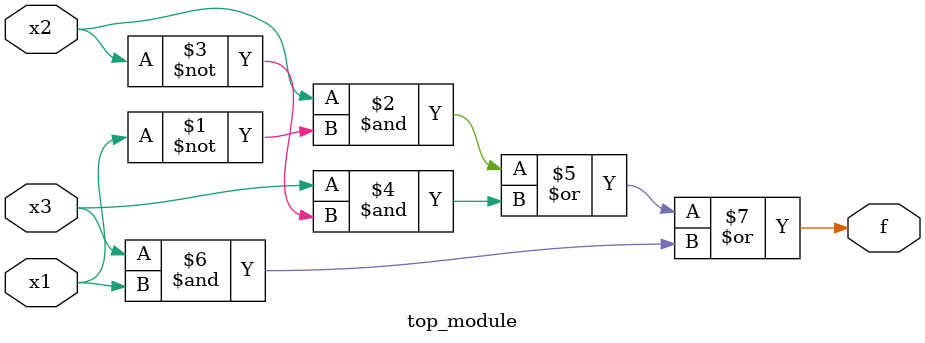
<source format=sv>
module top_module (
  input x3,
  input x2,
  input x1,
  output f
);

  assign f = (x2 & ~x1) | (x3 & ~x2) | (x3 & x1);

endmodule

</source>
